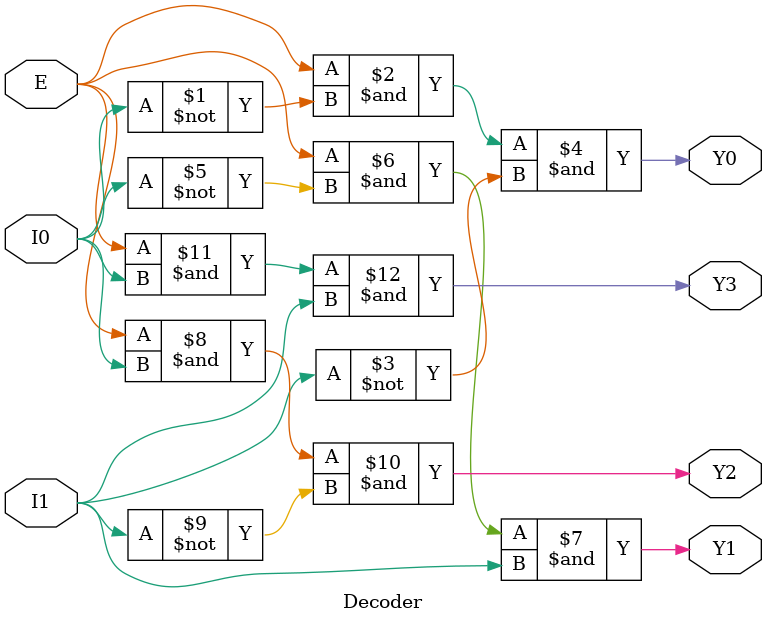
<source format=v>

`timescale 1ns / 1ps

module Decoder(
    input I0, I1, E,
    output Y0, Y1, Y2, Y3
    );
    assign Y0 = (E & ~I0 & ~I1);
    assign Y1 = (E & ~I0 & I1);
    assign Y2 = (E & I0 & ~I1);
    assign Y3 = (E & I0 & I1);    
endmodule

</source>
